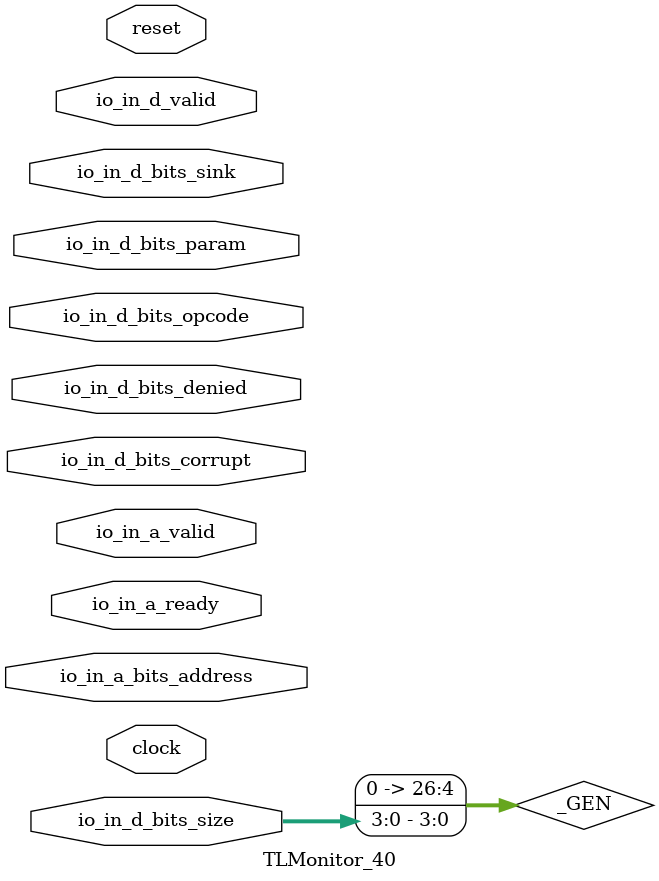
<source format=sv>
`ifndef RANDOMIZE
  `ifdef RANDOMIZE_REG_INIT
    `define RANDOMIZE
  `endif // RANDOMIZE_REG_INIT
`endif // not def RANDOMIZE
`ifndef RANDOMIZE
  `ifdef RANDOMIZE_MEM_INIT
    `define RANDOMIZE
  `endif // RANDOMIZE_MEM_INIT
`endif // not def RANDOMIZE

`ifndef RANDOM
  `define RANDOM $random
`endif // not def RANDOM

// Users can define 'PRINTF_COND' to add an extra gate to prints.
`ifndef PRINTF_COND_
  `ifdef PRINTF_COND
    `define PRINTF_COND_ (`PRINTF_COND)
  `else  // PRINTF_COND
    `define PRINTF_COND_ 1
  `endif // PRINTF_COND
`endif // not def PRINTF_COND_

// Users can define 'ASSERT_VERBOSE_COND' to add an extra gate to assert error printing.
`ifndef ASSERT_VERBOSE_COND_
  `ifdef ASSERT_VERBOSE_COND
    `define ASSERT_VERBOSE_COND_ (`ASSERT_VERBOSE_COND)
  `else  // ASSERT_VERBOSE_COND
    `define ASSERT_VERBOSE_COND_ 1
  `endif // ASSERT_VERBOSE_COND
`endif // not def ASSERT_VERBOSE_COND_

// Users can define 'STOP_COND' to add an extra gate to stop conditions.
`ifndef STOP_COND_
  `ifdef STOP_COND
    `define STOP_COND_ (`STOP_COND)
  `else  // STOP_COND
    `define STOP_COND_ 1
  `endif // STOP_COND
`endif // not def STOP_COND_

// Users can define INIT_RANDOM as general code that gets injected into the
// initializer block for modules with registers.
`ifndef INIT_RANDOM
  `define INIT_RANDOM
`endif // not def INIT_RANDOM

// If using random initialization, you can also define RANDOMIZE_DELAY to
// customize the delay used, otherwise 0.002 is used.
`ifndef RANDOMIZE_DELAY
  `define RANDOMIZE_DELAY 0.002
`endif // not def RANDOMIZE_DELAY

// Define INIT_RANDOM_PROLOG_ for use in our modules below.
`ifndef INIT_RANDOM_PROLOG_
  `ifdef RANDOMIZE
    `ifdef VERILATOR
      `define INIT_RANDOM_PROLOG_ `INIT_RANDOM
    `else  // VERILATOR
      `define INIT_RANDOM_PROLOG_ `INIT_RANDOM #`RANDOMIZE_DELAY begin end
    `endif // VERILATOR
  `else  // RANDOMIZE
    `define INIT_RANDOM_PROLOG_
  `endif // RANDOMIZE
`endif // not def INIT_RANDOM_PROLOG_

module TLMonitor_40(
  input        clock,
               reset,
               io_in_a_ready,
               io_in_a_valid,
  input [31:0] io_in_a_bits_address,
  input        io_in_d_valid,
  input [2:0]  io_in_d_bits_opcode,
  input [1:0]  io_in_d_bits_param,
  input [3:0]  io_in_d_bits_size,
  input [2:0]  io_in_d_bits_sink,
  input        io_in_d_bits_denied,
               io_in_d_bits_corrupt
);

  wire [31:0] _plusarg_reader_1_out;	// @[PlusArg.scala:80:11]
  wire [31:0] _plusarg_reader_out;	// @[PlusArg.scala:80:11]
  wire        a_set = io_in_a_ready & io_in_a_valid;	// @[Decoupled.scala:51:35]
  reg  [8:0]  d_first_counter;	// @[Edges.scala:229:27]
  reg  [2:0]  opcode_1;	// @[Monitor.scala:535:22]
  reg  [1:0]  param_1;	// @[Monitor.scala:536:22]
  reg  [3:0]  size_1;	// @[Monitor.scala:537:22]
  reg         source_1;	// @[Monitor.scala:538:22]
  reg  [2:0]  sink;	// @[Monitor.scala:539:22]
  reg         denied;	// @[Monitor.scala:540:22]
  reg         inflight;	// @[Monitor.scala:611:27]
  reg  [3:0]  inflight_opcodes;	// @[Monitor.scala:613:35]
  reg  [7:0]  inflight_sizes;	// @[Monitor.scala:615:33]
  reg  [8:0]  d_first_counter_1;	// @[Edges.scala:229:27]
  wire        d_first_1 = d_first_counter_1 == 9'h0;	// @[Edges.scala:229:27, :231:25]
  wire        d_release_ack = io_in_d_bits_opcode == 3'h6;	// @[Monitor.scala:81:25, :670:46]
  reg  [31:0] watchdog;	// @[Monitor.scala:706:27]
  reg  [8:0]  d_first_counter_2;	// @[Edges.scala:229:27]
  wire        d_first_2 = d_first_counter_2 == 9'h0;	// @[Edges.scala:229:27, :231:25]
  wire [26:0] _GEN = {23'h0, io_in_d_bits_size};	// @[package.scala:235:71]
  wire [26:0] _d_first_beats1_decode_T_1 = 27'hFFF << _GEN;	// @[package.scala:235:71]
  wire [26:0] _d_first_beats1_decode_T_5 = 27'hFFF << _GEN;	// @[package.scala:235:71]
  wire [26:0] _d_first_beats1_decode_T_9 = 27'hFFF << _GEN;	// @[package.scala:235:71]
  wire        d_clr = io_in_d_valid & d_first_1 & ~d_release_ack;	// @[Edges.scala:231:25, Monitor.scala:670:46, :671:74, :675:72]
  wire        _T_1073 = io_in_d_valid & ~(|d_first_counter);	// @[Edges.scala:229:27, :231:25, Monitor.scala:549:20]
  always @(posedge clock) begin
    if (reset) begin
      d_first_counter <= 9'h0;	// @[Edges.scala:229:27]
      inflight <= 1'h0;	// @[Monitor.scala:611:27]
      inflight_opcodes <= 4'h0;	// @[Misc.scala:205:21, Monitor.scala:613:35, :657:77]
      inflight_sizes <= 8'h0;	// @[Monitor.scala:615:33, :745:35]
      d_first_counter_1 <= 9'h0;	// @[Edges.scala:229:27]
      watchdog <= 32'h0;	// @[Bundles.scala:263:74, Monitor.scala:706:27]
      d_first_counter_2 <= 9'h0;	// @[Edges.scala:229:27]
    end
    else begin
      if (io_in_d_valid) begin
        if (|d_first_counter)	// @[Edges.scala:229:27, :231:25]
          d_first_counter <= d_first_counter - 9'h1;	// @[Edges.scala:229:27, :230:28]
        else if (io_in_d_bits_opcode[0])	// @[Edges.scala:106:36]
          d_first_counter <= ~(_d_first_beats1_decode_T_1[11:3]);	// @[Edges.scala:229:27, package.scala:235:{46,71,76}]
        else	// @[Edges.scala:106:36]
          d_first_counter <= 9'h0;	// @[Edges.scala:229:27]
        if (d_first_1) begin	// @[Edges.scala:231:25]
          if (io_in_d_bits_opcode[0])	// @[Edges.scala:106:36]
            d_first_counter_1 <= ~(_d_first_beats1_decode_T_5[11:3]);	// @[Edges.scala:229:27, package.scala:235:{46,71,76}]
          else	// @[Edges.scala:106:36]
            d_first_counter_1 <= 9'h0;	// @[Edges.scala:229:27]
        end
        else	// @[Edges.scala:231:25]
          d_first_counter_1 <= d_first_counter_1 - 9'h1;	// @[Edges.scala:229:27, :230:28]
        if (d_first_2) begin	// @[Edges.scala:231:25]
          if (io_in_d_bits_opcode[0])	// @[Edges.scala:106:36]
            d_first_counter_2 <= ~(_d_first_beats1_decode_T_9[11:3]);	// @[Edges.scala:229:27, package.scala:235:{46,71,76}]
          else	// @[Edges.scala:106:36]
            d_first_counter_2 <= 9'h0;	// @[Edges.scala:229:27]
        end
        else	// @[Edges.scala:231:25]
          d_first_counter_2 <= d_first_counter_2 - 9'h1;	// @[Edges.scala:229:27, :230:28]
      end
      inflight <= (inflight | a_set) & ~d_clr;	// @[Decoupled.scala:51:35, Monitor.scala:611:27, :675:72, :702:{27,36,38}]
      inflight_opcodes <= (inflight_opcodes | (a_set ? 4'h9 : 4'h0)) & ~{4{d_clr}};	// @[Decoupled.scala:51:35, Misc.scala:205:21, Monitor.scala:613:35, :627:33, :652:72, :654:61, :656:28, :657:77, :665:33, :675:{72,91}, :677:21, :703:{43,60,62}]
      inflight_sizes <= (inflight_sizes | (a_set ? {3'h0, a_set ? 5'hD : 5'h0} : 8'h0)) & ~{8{d_clr}};	// @[Decoupled.scala:51:35, Monitor.scala:615:33, :629:31, :645:38, :652:72, :655:{28,59}, :657:28, :667:31, :675:{72,91}, :678:21, :704:{39,54,56}, :745:35]
      if (a_set | io_in_d_valid)	// @[Decoupled.scala:51:35, Monitor.scala:712:27]
        watchdog <= 32'h0;	// @[Bundles.scala:263:74, Monitor.scala:706:27]
      else	// @[Monitor.scala:712:27]
        watchdog <= watchdog + 32'h1;	// @[Monitor.scala:706:27, :711:26]
    end
    if (_T_1073) begin	// @[Monitor.scala:549:20]
      opcode_1 <= io_in_d_bits_opcode;	// @[Monitor.scala:535:22]
      param_1 <= io_in_d_bits_param;	// @[Monitor.scala:536:22]
      size_1 <= io_in_d_bits_size;	// @[Monitor.scala:537:22]
      sink <= io_in_d_bits_sink;	// @[Monitor.scala:539:22]
      denied <= io_in_d_bits_denied;	// @[Monitor.scala:540:22]
    end
    source_1 <= ~_T_1073 & source_1;	// @[Monitor.scala:538:22, :549:{20,32}, :553:15]
  end // always @(posedge)
  `ifndef SYNTHESIS
    wire  [7:0][2:0] _GEN_0 = '{3'h4, 3'h5, 3'h2, 3'h1, 3'h1, 3'h1, 3'h0, 3'h0};	// @[Monitor.scala:690:38]
    wire  [7:0][2:0] _GEN_1 = '{3'h4, 3'h4, 3'h2, 3'h1, 3'h1, 3'h1, 3'h0, 3'h0};	// @[Monitor.scala:689:38]
    wire             _GEN_2 = io_in_d_valid & io_in_d_bits_opcode == 3'h6;	// @[Monitor.scala:81:25, :310:{25,52}]
    wire             _GEN_3 = io_in_d_bits_size < 4'h3;	// @[Monitor.scala:312:27]
    wire             _GEN_4 = io_in_d_valid & io_in_d_bits_opcode == 3'h4;	// @[Monitor.scala:318:{25,47}]
    wire             _GEN_5 = io_in_d_bits_param == 2'h2;	// @[Bundles.scala:111:27, Monitor.scala:323:28]
    wire             _GEN_6 = io_in_d_valid & io_in_d_bits_opcode == 3'h5;	// @[Monitor.scala:146:25, :328:{25,51}]
    wire             _GEN_7 = io_in_d_valid & io_in_d_bits_opcode == 3'h0;	// @[Monitor.scala:338:{25,51}]
    wire             _GEN_8 = io_in_d_valid & io_in_d_bits_opcode == 3'h1;	// @[Monitor.scala:346:{25,55}, :686:39]
    wire             _GEN_9 = io_in_d_valid & io_in_d_bits_opcode == 3'h2;	// @[Monitor.scala:354:{25,49}, :640:42]
    wire             _T_1047 = io_in_d_valid & (|d_first_counter);	// @[Edges.scala:229:27, :231:25, Monitor.scala:541:19]
    wire             _T_1126 = io_in_d_valid & d_first_1;	// @[Edges.scala:231:25, Monitor.scala:671:26]
    wire             _T_1097 = _T_1126 & ~d_release_ack;	// @[Monitor.scala:670:46, :671:{26,74}, :680:71]
    wire             _GEN_10 = _T_1097 & io_in_a_valid;	// @[Monitor.scala:680:71, :684:30]
    wire             _GEN_11 = _T_1097 & ~io_in_a_valid;	// @[Monitor.scala:680:71, :684:30]
    wire             _T_1183 = io_in_d_valid & d_first_2 & d_release_ack;	// @[Edges.scala:231:25, Monitor.scala:670:46, :791:71]
    always @(posedge clock) begin	// @[Monitor.scala:42:11]
      if (io_in_a_valid & ~reset & ~(io_in_a_bits_address[31:12] == 20'h3 | {io_in_a_bits_address[31:15], io_in_a_bits_address[13:12]} == 19'h0 | io_in_a_bits_address[31:16] == 16'h1 | {io_in_a_bits_address[31:17] ^ 15'h8, io_in_a_bits_address[15:12]} == 19'h0 | io_in_a_bits_address[31:16] == 16'h200 | io_in_a_bits_address[31:12] == 20'h2010 | io_in_a_bits_address[31:26] == 6'h3 | io_in_a_bits_address[31:12] == 20'h54000 | io_in_a_bits_address[31:28] == 4'h8)) begin	// @[Monitor.scala:42:11, Parameters.scala:137:{31,45,65}, :673:26]
        if (`ASSERT_VERBOSE_COND_)	// @[Monitor.scala:42:11]
          $error("Assertion failed: 'A' channel carries Get type which slave claims it can't support (connected at Frontend.scala:386:21)\n    at Monitor.scala:42 assert(cond, message)\n");	// @[Monitor.scala:42:11]
        if (`STOP_COND_)	// @[Monitor.scala:42:11]
          $fatal;	// @[Monitor.scala:42:11]
      end
      if (io_in_a_valid & ~reset & (|(io_in_a_bits_address[5:0]))) begin	// @[Edges.scala:21:{16,24}, Monitor.scala:42:11]
        if (`ASSERT_VERBOSE_COND_)	// @[Monitor.scala:42:11]
          $error("Assertion failed: 'A' channel Get address not aligned to size (connected at Frontend.scala:386:21)\n    at Monitor.scala:42 assert(cond, message)\n");	// @[Monitor.scala:42:11]
        if (`STOP_COND_)	// @[Monitor.scala:42:11]
          $fatal;	// @[Monitor.scala:42:11]
      end
      if (io_in_d_valid & ~reset & (&io_in_d_bits_opcode)) begin	// @[Bundles.scala:45:24, Monitor.scala:49:11]
        if (`ASSERT_VERBOSE_COND_)	// @[Monitor.scala:49:11]
          $error("Assertion failed: 'D' channel has invalid opcode (connected at Frontend.scala:386:21)\n    at Monitor.scala:49 assert(cond, message)\n");	// @[Monitor.scala:49:11]
        if (`STOP_COND_)	// @[Monitor.scala:49:11]
          $fatal;	// @[Monitor.scala:49:11]
      end
      if (_GEN_2 & ~reset & _GEN_3) begin	// @[Monitor.scala:49:11, :310:52, :312:27]
        if (`ASSERT_VERBOSE_COND_)	// @[Monitor.scala:49:11]
          $error("Assertion failed: 'D' channel ReleaseAck smaller than a beat (connected at Frontend.scala:386:21)\n    at Monitor.scala:49 assert(cond, message)\n");	// @[Monitor.scala:49:11]
        if (`STOP_COND_)	// @[Monitor.scala:49:11]
          $fatal;	// @[Monitor.scala:49:11]
      end
      if (_GEN_2 & ~reset & (|io_in_d_bits_param)) begin	// @[Monitor.scala:49:11, :310:52, :313:28]
        if (`ASSERT_VERBOSE_COND_)	// @[Monitor.scala:49:11]
          $error("Assertion failed: 'D' channel ReleaseeAck carries invalid param (connected at Frontend.scala:386:21)\n    at Monitor.scala:49 assert(cond, message)\n");	// @[Monitor.scala:49:11]
        if (`STOP_COND_)	// @[Monitor.scala:49:11]
          $fatal;	// @[Monitor.scala:49:11]
      end
      if (_GEN_2 & ~reset & io_in_d_bits_corrupt) begin	// @[Monitor.scala:49:11, :310:52]
        if (`ASSERT_VERBOSE_COND_)	// @[Monitor.scala:49:11]
          $error("Assertion failed: 'D' channel ReleaseAck is corrupt (connected at Frontend.scala:386:21)\n    at Monitor.scala:49 assert(cond, message)\n");	// @[Monitor.scala:49:11]
        if (`STOP_COND_)	// @[Monitor.scala:49:11]
          $fatal;	// @[Monitor.scala:49:11]
      end
      if (_GEN_2 & ~reset & io_in_d_bits_denied) begin	// @[Monitor.scala:49:11, :310:52]
        if (`ASSERT_VERBOSE_COND_)	// @[Monitor.scala:49:11]
          $error("Assertion failed: 'D' channel ReleaseAck is denied (connected at Frontend.scala:386:21)\n    at Monitor.scala:49 assert(cond, message)\n");	// @[Monitor.scala:49:11]
        if (`STOP_COND_)	// @[Monitor.scala:49:11]
          $fatal;	// @[Monitor.scala:49:11]
      end
      if (_GEN_4 & ~reset & _GEN_3) begin	// @[Monitor.scala:49:11, :312:27, :318:47]
        if (`ASSERT_VERBOSE_COND_)	// @[Monitor.scala:49:11]
          $error("Assertion failed: 'D' channel Grant smaller than a beat (connected at Frontend.scala:386:21)\n    at Monitor.scala:49 assert(cond, message)\n");	// @[Monitor.scala:49:11]
        if (`STOP_COND_)	// @[Monitor.scala:49:11]
          $fatal;	// @[Monitor.scala:49:11]
      end
      if (_GEN_4 & ~reset & (&io_in_d_bits_param)) begin	// @[Bundles.scala:105:26, Monitor.scala:49:11, :318:47]
        if (`ASSERT_VERBOSE_COND_)	// @[Monitor.scala:49:11]
          $error("Assertion failed: 'D' channel Grant carries invalid cap param (connected at Frontend.scala:386:21)\n    at Monitor.scala:49 assert(cond, message)\n");	// @[Monitor.scala:49:11]
        if (`STOP_COND_)	// @[Monitor.scala:49:11]
          $fatal;	// @[Monitor.scala:49:11]
      end
      if (_GEN_4 & ~reset & _GEN_5) begin	// @[Monitor.scala:49:11, :318:47, :323:28]
        if (`ASSERT_VERBOSE_COND_)	// @[Monitor.scala:49:11]
          $error("Assertion failed: 'D' channel Grant carries toN param (connected at Frontend.scala:386:21)\n    at Monitor.scala:49 assert(cond, message)\n");	// @[Monitor.scala:49:11]
        if (`STOP_COND_)	// @[Monitor.scala:49:11]
          $fatal;	// @[Monitor.scala:49:11]
      end
      if (_GEN_4 & ~reset & io_in_d_bits_corrupt) begin	// @[Monitor.scala:49:11, :318:47]
        if (`ASSERT_VERBOSE_COND_)	// @[Monitor.scala:49:11]
          $error("Assertion failed: 'D' channel Grant is corrupt (connected at Frontend.scala:386:21)\n    at Monitor.scala:49 assert(cond, message)\n");	// @[Monitor.scala:49:11]
        if (`STOP_COND_)	// @[Monitor.scala:49:11]
          $fatal;	// @[Monitor.scala:49:11]
      end
      if (_GEN_6 & ~reset & _GEN_3) begin	// @[Monitor.scala:49:11, :312:27, :328:51]
        if (`ASSERT_VERBOSE_COND_)	// @[Monitor.scala:49:11]
          $error("Assertion failed: 'D' channel GrantData smaller than a beat (connected at Frontend.scala:386:21)\n    at Monitor.scala:49 assert(cond, message)\n");	// @[Monitor.scala:49:11]
        if (`STOP_COND_)	// @[Monitor.scala:49:11]
          $fatal;	// @[Monitor.scala:49:11]
      end
      if (_GEN_6 & ~reset & (&io_in_d_bits_param)) begin	// @[Bundles.scala:105:26, Monitor.scala:49:11, :328:51]
        if (`ASSERT_VERBOSE_COND_)	// @[Monitor.scala:49:11]
          $error("Assertion failed: 'D' channel GrantData carries invalid cap param (connected at Frontend.scala:386:21)\n    at Monitor.scala:49 assert(cond, message)\n");	// @[Monitor.scala:49:11]
        if (`STOP_COND_)	// @[Monitor.scala:49:11]
          $fatal;	// @[Monitor.scala:49:11]
      end
      if (_GEN_6 & ~reset & _GEN_5) begin	// @[Monitor.scala:49:11, :323:28, :328:51]
        if (`ASSERT_VERBOSE_COND_)	// @[Monitor.scala:49:11]
          $error("Assertion failed: 'D' channel GrantData carries toN param (connected at Frontend.scala:386:21)\n    at Monitor.scala:49 assert(cond, message)\n");	// @[Monitor.scala:49:11]
        if (`STOP_COND_)	// @[Monitor.scala:49:11]
          $fatal;	// @[Monitor.scala:49:11]
      end
      if (_GEN_6 & ~reset & ~(~io_in_d_bits_denied | io_in_d_bits_corrupt)) begin	// @[Monitor.scala:49:11, :328:51, :334:{15,30}]
        if (`ASSERT_VERBOSE_COND_)	// @[Monitor.scala:49:11]
          $error("Assertion failed: 'D' channel GrantData is denied but not corrupt (connected at Frontend.scala:386:21)\n    at Monitor.scala:49 assert(cond, message)\n");	// @[Monitor.scala:49:11]
        if (`STOP_COND_)	// @[Monitor.scala:49:11]
          $fatal;	// @[Monitor.scala:49:11]
      end
      if (_GEN_7 & ~reset & (|io_in_d_bits_param)) begin	// @[Monitor.scala:49:11, :338:51, :341:28]
        if (`ASSERT_VERBOSE_COND_)	// @[Monitor.scala:49:11]
          $error("Assertion failed: 'D' channel AccessAck carries invalid param (connected at Frontend.scala:386:21)\n    at Monitor.scala:49 assert(cond, message)\n");	// @[Monitor.scala:49:11]
        if (`STOP_COND_)	// @[Monitor.scala:49:11]
          $fatal;	// @[Monitor.scala:49:11]
      end
      if (_GEN_7 & ~reset & io_in_d_bits_corrupt) begin	// @[Monitor.scala:49:11, :338:51]
        if (`ASSERT_VERBOSE_COND_)	// @[Monitor.scala:49:11]
          $error("Assertion failed: 'D' channel AccessAck is corrupt (connected at Frontend.scala:386:21)\n    at Monitor.scala:49 assert(cond, message)\n");	// @[Monitor.scala:49:11]
        if (`STOP_COND_)	// @[Monitor.scala:49:11]
          $fatal;	// @[Monitor.scala:49:11]
      end
      if (_GEN_8 & ~reset & (|io_in_d_bits_param)) begin	// @[Monitor.scala:49:11, :346:55, :349:28]
        if (`ASSERT_VERBOSE_COND_)	// @[Monitor.scala:49:11]
          $error("Assertion failed: 'D' channel AccessAckData carries invalid param (connected at Frontend.scala:386:21)\n    at Monitor.scala:49 assert(cond, message)\n");	// @[Monitor.scala:49:11]
        if (`STOP_COND_)	// @[Monitor.scala:49:11]
          $fatal;	// @[Monitor.scala:49:11]
      end
      if (_GEN_8 & ~reset & ~(~io_in_d_bits_denied | io_in_d_bits_corrupt)) begin	// @[Monitor.scala:49:11, :346:55, :350:{15,30}]
        if (`ASSERT_VERBOSE_COND_)	// @[Monitor.scala:49:11]
          $error("Assertion failed: 'D' channel AccessAckData is denied but not corrupt (connected at Frontend.scala:386:21)\n    at Monitor.scala:49 assert(cond, message)\n");	// @[Monitor.scala:49:11]
        if (`STOP_COND_)	// @[Monitor.scala:49:11]
          $fatal;	// @[Monitor.scala:49:11]
      end
      if (_GEN_9 & ~reset & (|io_in_d_bits_param)) begin	// @[Monitor.scala:49:11, :354:49, :357:28]
        if (`ASSERT_VERBOSE_COND_)	// @[Monitor.scala:49:11]
          $error("Assertion failed: 'D' channel HintAck carries invalid param (connected at Frontend.scala:386:21)\n    at Monitor.scala:49 assert(cond, message)\n");	// @[Monitor.scala:49:11]
        if (`STOP_COND_)	// @[Monitor.scala:49:11]
          $fatal;	// @[Monitor.scala:49:11]
      end
      if (_GEN_9 & ~reset & io_in_d_bits_corrupt) begin	// @[Monitor.scala:49:11, :354:49]
        if (`ASSERT_VERBOSE_COND_)	// @[Monitor.scala:49:11]
          $error("Assertion failed: 'D' channel HintAck is corrupt (connected at Frontend.scala:386:21)\n    at Monitor.scala:49 assert(cond, message)\n");	// @[Monitor.scala:49:11]
        if (`STOP_COND_)	// @[Monitor.scala:49:11]
          $fatal;	// @[Monitor.scala:49:11]
      end
      if (_T_1047 & ~reset & io_in_d_bits_opcode != opcode_1) begin	// @[Monitor.scala:49:11, :535:22, :541:19, :542:29]
        if (`ASSERT_VERBOSE_COND_)	// @[Monitor.scala:49:11]
          $error("Assertion failed: 'D' channel opcode changed within multibeat operation (connected at Frontend.scala:386:21)\n    at Monitor.scala:49 assert(cond, message)\n");	// @[Monitor.scala:49:11]
        if (`STOP_COND_)	// @[Monitor.scala:49:11]
          $fatal;	// @[Monitor.scala:49:11]
      end
      if (_T_1047 & ~reset & io_in_d_bits_param != param_1) begin	// @[Monitor.scala:49:11, :536:22, :541:19, :543:29]
        if (`ASSERT_VERBOSE_COND_)	// @[Monitor.scala:49:11]
          $error("Assertion failed: 'D' channel param changed within multibeat operation (connected at Frontend.scala:386:21)\n    at Monitor.scala:49 assert(cond, message)\n");	// @[Monitor.scala:49:11]
        if (`STOP_COND_)	// @[Monitor.scala:49:11]
          $fatal;	// @[Monitor.scala:49:11]
      end
      if (_T_1047 & ~reset & io_in_d_bits_size != size_1) begin	// @[Monitor.scala:49:11, :537:22, :541:19, :544:29]
        if (`ASSERT_VERBOSE_COND_)	// @[Monitor.scala:49:11]
          $error("Assertion failed: 'D' channel size changed within multibeat operation (connected at Frontend.scala:386:21)\n    at Monitor.scala:49 assert(cond, message)\n");	// @[Monitor.scala:49:11]
        if (`STOP_COND_)	// @[Monitor.scala:49:11]
          $fatal;	// @[Monitor.scala:49:11]
      end
      if (_T_1047 & ~reset & source_1) begin	// @[Monitor.scala:49:11, :538:22, :541:19]
        if (`ASSERT_VERBOSE_COND_)	// @[Monitor.scala:49:11]
          $error("Assertion failed: 'D' channel source changed within multibeat operation (connected at Frontend.scala:386:21)\n    at Monitor.scala:49 assert(cond, message)\n");	// @[Monitor.scala:49:11]
        if (`STOP_COND_)	// @[Monitor.scala:49:11]
          $fatal;	// @[Monitor.scala:49:11]
      end
      if (_T_1047 & ~reset & io_in_d_bits_sink != sink) begin	// @[Monitor.scala:49:11, :539:22, :541:19, :546:29]
        if (`ASSERT_VERBOSE_COND_)	// @[Monitor.scala:49:11]
          $error("Assertion failed: 'D' channel sink changed with multibeat operation (connected at Frontend.scala:386:21)\n    at Monitor.scala:49 assert(cond, message)\n");	// @[Monitor.scala:49:11]
        if (`STOP_COND_)	// @[Monitor.scala:49:11]
          $fatal;	// @[Monitor.scala:49:11]
      end
      if (_T_1047 & ~reset & io_in_d_bits_denied != denied) begin	// @[Monitor.scala:49:11, :540:22, :541:19, :547:29]
        if (`ASSERT_VERBOSE_COND_)	// @[Monitor.scala:49:11]
          $error("Assertion failed: 'D' channel denied changed with multibeat operation (connected at Frontend.scala:386:21)\n    at Monitor.scala:49 assert(cond, message)\n");	// @[Monitor.scala:49:11]
        if (`STOP_COND_)	// @[Monitor.scala:49:11]
          $fatal;	// @[Monitor.scala:49:11]
      end
      if (a_set & ~reset & inflight) begin	// @[Decoupled.scala:51:35, Monitor.scala:42:11, :611:27]
        if (`ASSERT_VERBOSE_COND_)	// @[Monitor.scala:42:11]
          $error("Assertion failed: 'A' channel re-used a source ID (connected at Frontend.scala:386:21)\n    at Monitor.scala:42 assert(cond, message)\n");	// @[Monitor.scala:42:11]
        if (`STOP_COND_)	// @[Monitor.scala:42:11]
          $fatal;	// @[Monitor.scala:42:11]
      end
      if (_T_1097 & ~reset & ~(inflight | io_in_a_valid)) begin	// @[Monitor.scala:49:11, :611:27, :680:71, :682:49]
        if (`ASSERT_VERBOSE_COND_)	// @[Monitor.scala:49:11]
          $error("Assertion failed: 'D' channel acknowledged for nothing inflight (connected at Frontend.scala:386:21)\n    at Monitor.scala:49 assert(cond, message)\n");	// @[Monitor.scala:49:11]
        if (`STOP_COND_)	// @[Monitor.scala:49:11]
          $fatal;	// @[Monitor.scala:49:11]
      end
      if (_GEN_10 & ~reset & ~(io_in_d_bits_opcode == 3'h1 | io_in_d_bits_opcode == 3'h1)) begin	// @[Monitor.scala:49:11, :684:30, :685:{38,77}, :686:39]
        if (`ASSERT_VERBOSE_COND_)	// @[Monitor.scala:49:11]
          $error("Assertion failed: 'D' channel contains improper opcode response (connected at Frontend.scala:386:21)\n    at Monitor.scala:49 assert(cond, message)\n");	// @[Monitor.scala:49:11]
        if (`STOP_COND_)	// @[Monitor.scala:49:11]
          $fatal;	// @[Monitor.scala:49:11]
      end
      if (_GEN_10 & ~reset & io_in_d_bits_size != 4'h6) begin	// @[Monitor.scala:49:11, :684:30, :687:36]
        if (`ASSERT_VERBOSE_COND_)	// @[Monitor.scala:49:11]
          $error("Assertion failed: 'D' channel contains improper response size (connected at Frontend.scala:386:21)\n    at Monitor.scala:49 assert(cond, message)\n");	// @[Monitor.scala:49:11]
        if (`STOP_COND_)	// @[Monitor.scala:49:11]
          $fatal;	// @[Monitor.scala:49:11]
      end
      if (_GEN_11 & ~reset & ~(io_in_d_bits_opcode == _GEN_1[inflight_opcodes[3:1]] | io_in_d_bits_opcode == _GEN_0[inflight_opcodes[3:1]])) begin	// @[Monitor.scala:42:11, :49:11, :613:35, :634:152, :684:30, :689:{38,72}, :690:38]
        if (`ASSERT_VERBOSE_COND_)	// @[Monitor.scala:49:11]
          $error("Assertion failed: 'D' channel contains improper opcode response (connected at Frontend.scala:386:21)\n    at Monitor.scala:49 assert(cond, message)\n");	// @[Monitor.scala:49:11]
        if (`STOP_COND_)	// @[Monitor.scala:49:11]
          $fatal;	// @[Monitor.scala:49:11]
      end
      if (_GEN_11 & ~reset & {4'h0, io_in_d_bits_size} != {1'h0, inflight_sizes[7:1]}) begin	// @[Misc.scala:205:21, Monitor.scala:42:11, :49:11, :615:33, :638:{19,144}, :657:77, :684:30, :691:36]
        if (`ASSERT_VERBOSE_COND_)	// @[Monitor.scala:49:11]
          $error("Assertion failed: 'D' channel contains improper response size (connected at Frontend.scala:386:21)\n    at Monitor.scala:49 assert(cond, message)\n");	// @[Monitor.scala:49:11]
        if (`STOP_COND_)	// @[Monitor.scala:49:11]
          $fatal;	// @[Monitor.scala:49:11]
      end
      if (_T_1126 & io_in_a_valid & ~d_release_ack & ~reset & ~io_in_a_ready) begin	// @[Monitor.scala:49:11, :670:46, :671:{26,74}]
        if (`ASSERT_VERBOSE_COND_)	// @[Monitor.scala:49:11]
          $error("Assertion failed: ready check\n    at Monitor.scala:49 assert(cond, message)\n");	// @[Monitor.scala:49:11]
        if (`STOP_COND_)	// @[Monitor.scala:49:11]
          $fatal;	// @[Monitor.scala:49:11]
      end
      if (~reset & ~(io_in_a_valid != (_T_1126 & ~d_release_ack) | ~io_in_a_valid)) begin	// @[Monitor.scala:49:11, :670:46, :671:{26,71,74}, :699:{29,48,51}]
        if (`ASSERT_VERBOSE_COND_)	// @[Monitor.scala:49:11]
          $error("Assertion failed: 'A' and 'D' concurrent, despite minlatency 4 (connected at Frontend.scala:386:21)\n    at Monitor.scala:49 assert(cond, message)\n");	// @[Monitor.scala:49:11]
        if (`STOP_COND_)	// @[Monitor.scala:49:11]
          $fatal;	// @[Monitor.scala:49:11]
      end
      if (~reset & ~(~inflight | _plusarg_reader_out == 32'h0 | watchdog < _plusarg_reader_out)) begin	// @[Bundles.scala:263:74, Monitor.scala:42:11, :611:27, :706:27, :709:{16,39,47,59}, PlusArg.scala:80:11]
        if (`ASSERT_VERBOSE_COND_)	// @[Monitor.scala:42:11]
          $error("Assertion failed: TileLink timeout expired (connected at Frontend.scala:386:21)\n    at Monitor.scala:42 assert(cond, message)\n");	// @[Monitor.scala:42:11]
        if (`STOP_COND_)	// @[Monitor.scala:42:11]
          $fatal;	// @[Monitor.scala:42:11]
      end
      if (_T_1183 & ~reset) begin	// @[Monitor.scala:49:11, :791:71]
        if (`ASSERT_VERBOSE_COND_)	// @[Monitor.scala:49:11]
          $error("Assertion failed: 'D' channel acknowledged for nothing inflight (connected at Frontend.scala:386:21)\n    at Monitor.scala:49 assert(cond, message)\n");	// @[Monitor.scala:49:11]
        if (`STOP_COND_)	// @[Monitor.scala:49:11]
          $fatal;	// @[Monitor.scala:49:11]
      end
      if (_T_1183 & ~reset & (|io_in_d_bits_size)) begin	// @[Monitor.scala:49:11, :791:71, :797:36]
        if (`ASSERT_VERBOSE_COND_)	// @[Monitor.scala:49:11]
          $error("Assertion failed: 'D' channel contains improper response size (connected at Frontend.scala:386:21)\n    at Monitor.scala:49 assert(cond, message)\n");	// @[Monitor.scala:49:11]
        if (`STOP_COND_)	// @[Monitor.scala:49:11]
          $fatal;	// @[Monitor.scala:49:11]
      end
    end // always @(posedge)
    `ifdef FIRRTL_BEFORE_INITIAL
      `FIRRTL_BEFORE_INITIAL
    `endif // FIRRTL_BEFORE_INITIAL
    logic [31:0]     _RANDOM_0;
    logic [31:0]     _RANDOM_1;
    logic [31:0]     _RANDOM_2;
    logic [31:0]     _RANDOM_3;
    logic [31:0]     _RANDOM_4;
    logic [31:0]     _RANDOM_5;
    initial begin
      `ifdef INIT_RANDOM_PROLOG_
        `INIT_RANDOM_PROLOG_
      `endif // INIT_RANDOM_PROLOG_
      `ifdef RANDOMIZE_REG_INIT
        _RANDOM_0 = `RANDOM;
        _RANDOM_1 = `RANDOM;
        _RANDOM_2 = `RANDOM;
        _RANDOM_3 = `RANDOM;
        _RANDOM_4 = `RANDOM;
        _RANDOM_5 = `RANDOM;
        d_first_counter = _RANDOM_1[28:20];	// @[Edges.scala:229:27]
        opcode_1 = _RANDOM_1[31:29];	// @[Edges.scala:229:27, Monitor.scala:535:22]
        param_1 = _RANDOM_2[1:0];	// @[Monitor.scala:536:22]
        size_1 = _RANDOM_2[5:2];	// @[Monitor.scala:536:22, :537:22]
        source_1 = _RANDOM_2[6];	// @[Monitor.scala:536:22, :538:22]
        sink = _RANDOM_2[9:7];	// @[Monitor.scala:536:22, :539:22]
        denied = _RANDOM_2[10];	// @[Monitor.scala:536:22, :540:22]
        inflight = _RANDOM_2[11];	// @[Monitor.scala:536:22, :611:27]
        inflight_opcodes = _RANDOM_2[15:12];	// @[Monitor.scala:536:22, :613:35]
        inflight_sizes = _RANDOM_2[23:16];	// @[Monitor.scala:536:22, :615:33]
        d_first_counter_1 = _RANDOM_3[9:1];	// @[Edges.scala:229:27]
        watchdog = {_RANDOM_3[31:10], _RANDOM_4[9:0]};	// @[Edges.scala:229:27, Monitor.scala:706:27]
        d_first_counter_2 = _RANDOM_5[8:0];	// @[Edges.scala:229:27]
      `endif // RANDOMIZE_REG_INIT
    end // initial
    `ifdef FIRRTL_AFTER_INITIAL
      `FIRRTL_AFTER_INITIAL
    `endif // FIRRTL_AFTER_INITIAL
  `endif // not def SYNTHESIS
  plusarg_reader #(
    .FORMAT("tilelink_timeout=%d"),
    .DEFAULT(0),
    .WIDTH(32)
  ) plusarg_reader (	// @[PlusArg.scala:80:11]
    .out (_plusarg_reader_out)
  );
  plusarg_reader #(
    .FORMAT("tilelink_timeout=%d"),
    .DEFAULT(0),
    .WIDTH(32)
  ) plusarg_reader_1 (	// @[PlusArg.scala:80:11]
    .out (_plusarg_reader_1_out)
  );
endmodule


</source>
